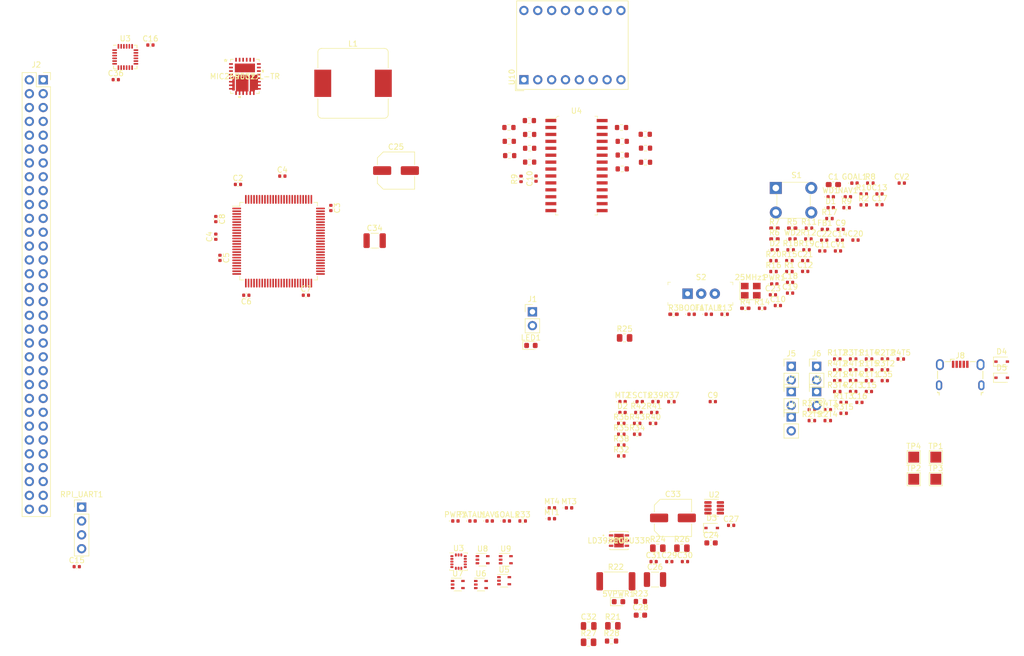
<source format=kicad_pcb>
(kicad_pcb (version 20211014) (generator pcbnew)
  (layers (0 "F.Cu" signal) (1 "In1.Cu" signal) (2 "In2.Cu" signal) (31 "B.Cu" signal) (34 "B.Paste" user) (35 "F.Paste" user) (36 "B.SilkS" user "B.Silkscreen") (37 "F.SilkS" user "F.Silkscreen") (38 "B.Mask" user) (39 "F.Mask" user) (44 "Edge.Cuts" user))
  (net 0 "")
  (net 1 "Net-(5VPWR1-Pad1)")
  (net 2 "+5V")
  (net 3 "HSE_IN")
  (net 4 "GND")
  (net 5 "Net-(25MHz1-Pad3)")
  (net 6 "Net-(BOOT1-Pad2)")
  (net 7 "+3V3")
  (net 8 "Net-(C16-Pad1)")
  (net 9 "VDDA")
  (net 10 "NRST")
  (net 11 "VREF+")
  (net 12 "REG_VIN")
  (net 13 "REG_VDD")
  (net 14 "REG_BST")
  (net 15 "REG_CS")
  (net 16 "Net-(C31-Pad2)")
  (net 17 "Net-(C36-Pad1)")
  (net 18 "Net-(CV1-Pad1)")
  (net 19 "Net-(CV2-Pad1)")
  (net 20 "Net-(D1-Pad1)")
  (net 21 "Net-(D1-Pad2)")
  (net 22 "Net-(D2-Pad1)")
  (net 23 "Net-(D2-Pad2)")
  (net 24 "Net-(FATAL1-Pad2)")
  (net 25 "Net-(GOAL1-Pad2)")
  (net 26 "VBAT")
  (net 31 "Net-(J2-Pad8)")
  (net 32 "Net-(J2-Pad10)")
  (net 52 "SPI2_MISO")
  (net 55 "SPI2_MOSI")
  (net 56 "SPI2_SCK")
  (net 57 "Net-(LED1-Pad1)")
  (net 58 "Net-(NAV1-Pad2)")
  (net 59 "Net-(PWR1-Pad1)")
  (net 60 "I2C1_SCL")
  (net 61 "I2C1_SDA")
  (net 62 "I2C3_SCL")
  (net 63 "I2C3_SDA")
  (net 64 "BOOT0")
  (net 65 "Net-(R6-Pad2)")
  (net 66 "HSE_OUT")
  (net 67 "LED1")
  (net 68 "Net-(D1-Pad3)")
  (net 69 "LED2")
  (net 70 "LED3")
  (net 71 "TIM1_CH1")
  (net 72 "Net-(D2-Pad3)")
  (net 73 "TIM1_CH2")
  (net 74 "TIM1_CH3")
  (net 75 "LED4")
  (net 76 "LED5")
  (net 77 "Net-(R16-Pad2)")
  (net 78 "LED6")
  (net 79 "Net-(R17-Pad2)")
  (net 80 "LED7")
  (net 81 "LED8")
  (net 82 "REG_EN")
  (net 83 "REG_PG")
  (net 84 "REG_FB")
  (net 88 "5VBAT")
  (net 93 "USART2_RX")
  (net 95 "SPI1_SCK")
  (net 96 "SPI1_MISO")
  (net 97 "SPI1_MOSI")
  (net 104 "Net-(MT4-Pad2)")
  (net 106 "TIM2_CH3")
  (net 107 "TIM2_CH4")
  (net 112 "USART3_TX")
  (net 113 "USART3_RX")
  (net 114 "INT0")
  (net 115 "INT1")
  (net 116 "INT2")
  (net 117 "INT3")
  (net 123 "THRM1")
  (net 124 "THRM2")
  (net 125 "THRM3")
  (net 126 "THRM5")
  (net 128 "TIM2_CH1")
  (net 129 "SPI3_SCK")
  (net 130 "SPI3_MISO")
  (net 131 "UART5_TX")
  (net 134 "UART5_RX")
  (net 137 "USART2_TX")
  (net 140 "TIM2_CH2")
  (net 142 "SPI3_MOSI")
  (net 149 "THRM4")
  (net 154 "USB_D-")
  (net 155 "USB_D+")
  (net 156 "Net-(C35-Pad1)")
  (net 157 "Net-(R10-Pad1)")
  (net 158 "Net-(R11-Pad1)")
  (net 159 "Net-(R12-Pad1)")
  (net 160 "Net-(R13-Pad1)")
  (net 161 "Net-(R14-Pad1)")
  (net 162 "Net-(R15-Pad1)")
  (net 163 "Net-(R16-Pad1)")
  (net 169 "Net-(R18-Pad2)")
  (net 170 "Net-(R19-Pad2)")
  (net 171 "Net-(R20-Pad2)")
  (net 172 "Net-(R29-Pad2)")
  (net 173 "Net-(R30-Pad2)")
  (net 174 "Net-(R31-Pad2)")
  (net 176 "T1")
  (net 177 "Net-(R2T1-Pad1)")
  (net 178 "T2")
  (net 179 "Net-(R2T2-Pad1)")
  (net 180 "T3")
  (net 181 "Net-(R2T3-Pad1)")
  (net 182 "T4")
  (net 183 "Net-(R2T4-Pad1)")
  (net 184 "T5")
  (net 185 "Net-(R2T5-Pad1)")
  (net 186 "Net-(R12-Pad2)")
  (net 187 "Net-(R14-Pad2)")
  (net 188 "Net-(R13-Pad2)")
  (net 189 "Net-(R20-Pad1)")
  (net 190 "Net-(R29-Pad1)")
  (net 191 "Net-(R19-Pad1)")
  (net 192 "Net-(R31-Pad1)")
  (net 193 "Net-(R17-Pad1)")
  (net 194 "Net-(R30-Pad1)")
  (net 195 "Net-(R18-Pad1)")
  (net 196 "Net-(R11-Pad2)")
  (net 197 "Net-(R15-Pad2)")
  (net 198 "Net-(R10-Pad2)")
  (net 199 "VBUS")
  (net 202 "Net-(ESCT1-Pad2)")
  (net 203 "Net-(MT1-Pad2)")
  (net 204 "Net-(MT2-Pad2)")
  (net 205 "Net-(MT3-Pad2)")
  (net 206 "Net-(U4-Pad18)")
  (footprint "Capacitor_SMD:C_Elec_6.3x7.7" (layer "F.Cu") (at 161.743 131.766)
    (fp_text reference "C33")
    (fp_text value "100u")
  )
  (footprint "Capacitor_SMD:C_0402_1005Metric" (layer "F.Cu") (at 94.488 90.932)
    (fp_text reference "C7")
    (fp_text value "100n")
  )
  (footprint "digikey-footprints:Switch_Slide_11.6x4mm_EG1218" (layer "F.Cu") (at 164.4195 90.6485)
    (fp_text reference "S2")
    (fp_text value "EG1218")
  )
  (footprint "Resistor_SMD:R_0402_1005Metric" (layer "F.Cu") (at 196.6995 74.3585)
    (fp_text reference "R2")
    (fp_text value "4k7")
  )
  (footprint "LED_SMD:LED_0603_1608Metric" (layer "F.Cu") (at 151.773 147.126)
    (fp_text reference "5VPWR1")
    (fp_text value "G")
  )
  (footprint "Resistor_SMD:R_2512_6332Metric" (layer "F.Cu") (at 151.283 143.386)
    (fp_text reference "R22")
    (fp_text value "10m")
  )
  (footprint "LED_SMD:LED_0402_1005Metric" (layer "F.Cu") (at 121.8795 132.3285)
    (fp_text reference "PWR1")
    (fp_text value "R")
  )
  (footprint "Diode_SMD:D_SOD-323" (layer "F.Cu") (at 221.9795 106.0585)
    (fp_text reference "D5")
    (fp_text value "SD103AWS")
  )
  (footprint "Resistor_SMD:R_0603_1608Metric" (layer "F.Cu") (at 156.6672 61.4172 180)
    (fp_text reference "R30" hide)
    (fp_text value "150R")
  )
  (footprint "Resistor_SMD:R_0402_1005Metric" (layer "F.Cu") (at 180.1695 86.5885)
    (fp_text reference "R16")
    (fp_text value "1k")
  )
  (footprint "Resistor_SMD:R_0402_1005Metric" (layer "F.Cu") (at 158.0945 114.4285)
    (fp_text reference "R40")
    (fp_text value "1k")
  )
  (footprint "Connector_PinHeader_2.54mm:PinHeader_1x04_P2.54mm_Vertical" (layer "F.Cu") (at 53.39 129.79)
    (fp_text reference "RPI_UART1")
    (fp_text value "Conn_01x04_Male")
  )
  (footprint "Resistor_SMD:R_0402_1005Metric" (layer "F.Cu") (at 191.8495 108.5985)
    (fp_text reference "R3T4")
    (fp_text value "7k7")
  )
  (footprint "Capacitor_SMD:C_0402_1005Metric" (layer "F.Cu") (at 83.566 90.932 180)
    (fp_text reference "C6")
    (fp_text value "100n")
  )
  (footprint "Capacitor_SMD:C_0603_1608Metric_Pad1.08x0.95mm_HandSolder" (layer "F.Cu") (at 191.1395 70.6385)
    (fp_text reference "C1")
    (fp_text value "10u")
  )
  (footprint "Resistor_SMD:R_0805_2012Metric" (layer "F.Cu") (at 150.733 151.556)
    (fp_text reference "R21")
    (fp_text value "10k")
  )
  (footprint "Capacitor_SMD:C_1210_3225Metric" (layer "F.Cu") (at 158.453 143.066)
    (fp_text reference "C26")
    (fp_text value "47u")
  )
  (footprint "Package_TO_SOT_SMD:SOT-23-8" (layer "F.Cu") (at 169.293 129.916)
    (fp_text reference "U2")
    (fp_text value "INA219AIDCNR")
  )
  (footprint "Resistor_SMD:R_0402_1005Metric" (layer "F.Cu") (at 183.0795 84.5985)
    (fp_text reference "R15")
    (fp_text value "1k")
  )
  (footprint "Capacitor_SMD:C_0402_1005Metric" (layer "F.Cu") (at 183.1995 90.5385)
    (fp_text reference "C19")
    (fp_text value "100n")
  )
  (footprint "Connector_PinHeader_2.54mm:PinHeader_1x02_P2.54mm_Vertical" (layer "F.Cu") (at 188.0695 103.9585)
    (fp_text reference "J6")
    (fp_text value "Conn_01x02_Male")
  )
  (footprint "Package_TO_SOT_SMD:SOT-353_SC-70-5" (layer "F.Cu") (at 126.8645 139.4285)
    (fp_text reference "U8")
    (fp_text value "TLV9001IDCK")
  )
  (footprint "Resistor_SMD:R_0402_1005Metric" (layer "F.Cu") (at 194.7595 104.6185)
    (fp_text reference "R4T1")
    (fp_text value "1k5")
  )
  (footprint "Package_TO_SOT_SMD:SOT-353_SC-70-5" (layer "F.Cu") (at 126.5645 143.9785)
    (fp_text reference "U6")
    (fp_text value "TLV9001IDCK")
  )
  (footprint "Resistor_SMD:R_0805_2012Metric" (layer "F.Cu") (at 152.8826 98.7552)
    (fp_text reference "R25")
    (fp_text value "6k8")
  )
  (footprint "Resistor_SMD:R_0402_1005Metric" (layer "F.Cu") (at 183.0795 86.5885)
    (fp_text reference "R1")
    (fp_text value "4k7")
  )
  (footprint "Package_TO_SOT_SMD:SOT-353_SC-70-5" (layer "F.Cu") (at 131.1145 139.4285)
    (fp_text reference "U9")
    (fp_text value "TLV9001IDCK")
  )
  (footprint "Package_LGA:LGA-16_3x3mm_P0.5mm_LayoutBorder3x5y" (layer "F.Cu") (at 122.4645 139.7785)
    (fp_text reference "U3")
    (fp_text value "ICM-20602")
  )
  (footprint "LED_SMD:LED_0402_1005Metric" (layer "F.Cu") (at 139.5595 129.9185)
    (fp_text reference "MT4")
    (fp_text value "R")
  )
  (footprint "digikey-footprints:Switch_Tactile_THT_6x6mm" (layer "F.Cu") (at 180.5895 71.2585)
    (fp_text reference "S1")
    (fp_text value "1825910-6")
  )
  (footprint "Resistor_SMD:R_0402_1005Metric" (layer "F.Cu") (at 200.5795 102.6285)
    (fp_text reference "R2T2")
    (fp_text value "7k7")
  )
  (footprint "Inductor_SMD:L_Bourns_SRP1245A" (layer "F.Cu") (at 103.124 52.07)
    (fp_text reference "L1")
    (fp_text value "15u")
  )
  (footprint "Resistor_SMD:R_0402_1005Metric" (layer "F.Cu") (at 134.2045 132.3285)
    (fp_text reference "R33")
    (fp_text value "2k2")
  )
  (footprint "Capacitor_SMD:C_0402_1005Metric" (layer "F.Cu") (at 180.9695 92.8185)
    (fp_text reference "C10")
    (fp_text value "100n")
  )
  (footprint "Resistor_SMD:R_0402_1005Metric" (layer "F.Cu") (at 196.6995 72.3685)
    (fp_text reference "R10")
    (fp_text value "2k2")
  )
  (footprint "Resistor_SMD:R_0402_1005Metric" (layer "F.Cu") (at 158.3245 112.4385)
    (fp_text reference "R41")
    (fp_text value "2k2")
  )
  (footprint "Capacitor_SMD:C_0402_1005Metric" (layer "F.Cu") (at 200.5595 106.5985)
    (fp_text reference "C35")
    (fp_text value "0.1u")
  )
  (footprint "TestPoint:TestPoint_Pad_2.0x2.0mm" (layer "F.Cu") (at 209.9095 124.6685)
    (fp_text reference "TP3")
    (fp_text value "+3V3")
  )
  (footprint "Capacitor_SMD:C_0402_1005Metric" (layer "F.Cu") (at 185.9695 84.5885)
    (fp_text reference "C21")
    (fp_text value "100n")
  )
  (footprint "Resistor_SMD:R_0603_1608Metric" (layer "F.Cu") (at 131.7498 62.7126)
    (fp_text reference "R13" hide)
    (fp_text value "150R")
  )
  (footprint "Capacitor_SMD:C_0402_1005Metric" (layer "F.Cu") (at 77.978 76.962 -90)
    (fp_text reference "C8")
    (fp_text value "100n")
  )
  (footprint "Capacitor_SMD:C_0402_1005Metric" (layer "F.Cu") (at 195.1895 80.8185)
    (fp_text reference "C20")
    (fp_text value "1u")
  )
  (footprint "LED_SMD:LED_0402_1005Metric" (layer "F.Cu") (at 190.6545 74.8785)
    (fp_text reference "D1")
    (fp_text value "STAT")
  )
  (footprint "TestPoint:TestPoint_Pad_2.0x2.0mm" (layer "F.Cu") (at 205.8595 120.6185)
    (fp_text reference "TP4")
    (fp_text value "GND")
  )
  (footprint "Resistor_SMD:R_0402_1005Metric" (layer "F.Cu") (at 186.6695 78.6285)
    (fp_text reference "R11")
    (fp_text value "1k")
  )
  (footprint "LED_SMD:LED_0402_1005Metric" (layer "F.Cu") (at 152.5095 112.4385)
    (fp_text reference "D2")
    (fp_text value "BAT")
  )
  (footprint "Connector_USB:USB_Micro-B_Wuerth_629105150521" (layer "F.Cu") (at 214.3795 105.4985)
    (fp_text reference "J8")
    (fp_text value "USB_B_Micro")
  )
  (footprint "Resistor_SMD:R_0402_1005Metric" (layer "F.Cu") (at 194.7595 106.6085)
    (fp_text reference "R4T4")
    (fp_text value "1k5")
  )
  (footprint "cad:MIC26903YJL-TR" (layer "F.Cu") (at 83.312 50.8)
    (fp_text reference "REG2")
    (fp_text value "MIC26903YJL-TR")
  )
  (footprint "Resistor_SMD:R_0402_1005Metric" (layer "F.Cu") (at 191.8495 104.6185)
    (fp_text reference "R4T2")
    (fp_text value "1k5")
  )
  (footprint "Resistor_SMD:R_0603_1608Metric" (layer "F.Cu") (at 156.718 63.9572)
    (fp_text reference "R20" hide)
    (fp_text value "150R")
  )
  (footprint "Capacitor_SMD:C_0603_1608Metric" (layer "F.Cu") (at 155.783 149.596)
    (fp_text reference "C28")
    (fp_text value "10u")
  )
  (footprint "Resistor_SMD:R_0603_1608Metric" (layer "F.Cu") (at 135.4836 63.9826)
    (fp_text reference "R14" hide)
    (fp_text value "150R")
  )
  (footprint "Resistor_SMD:R_0402_1005Metric" (layer "F.Cu") (at 187.1995 113.9185)
    (fp_text reference "R2T5")
    (fp_text value "7k7")
  )
  (footprint "LED_SMD:LED_0402_1005Metric" (layer "F.Cu") (at 142.6995 129.9185)
    (fp_text reference "MT3")
    (fp_text value "R")
  )
  (footprint "Crystal:Crystal_SMD_Abracon_ABM8G-4Pin_3.2x2.5mm" (layer "F.Cu") (at 175.9995 90.0985)
    (fp_text reference "25MHz1")
    (fp_text value "HSE1")
  )
  (footprint "Diode_SMD:D_SOD-323" (layer "F.Cu") (at 168.843 133.616)
    (fp_text reference "D3")
    (fp_text value "SD103AWS")
  )
  (footprint "Resistor_SMD:R_0402_1005Metric" (layer "F.Cu") (at 183.3095 82.6085)
    (fp_text reference "R18")
    (fp_text value "2k2")
  )
  (footprint "Resistor_SMD:R_0603_1608Metric" (layer "F.Cu") (at 135.4836 66.5226)
    (fp_text reference "R16" hide)
    (fp_text value "150R")
  )
  (footprint "Resistor_SMD:R_0402_1005Metric" (layer "F.Cu") (at 152.2745 120.3985)
    (fp_text reference "R32")
    (fp_text value "1k")
  )
  (footprint "Resistor_SMD:R_0402_1005Metric" (layer "F.Cu") (at 155.1845 114.4285)
    (fp_text reference "R43")
    (fp_text value "1k")
  )
  (footprint "LED_SMD:LED_0402_1005Metric" (layer "F.Cu") (at 131.2995 132.3285)
    (fp_text reference "GOAL1")
    (fp_text value "G")
  )
  (footprint "LED_SMD:LED_0402_1005Metric" (layer "F.Cu") (at 168.3045 94.4185)
    (fp_text reference "FATAL1")
    (fp_text value "R")
  )
  (footprint "Resistor_SMD:R_0402_1005Metric" (layer "F.Cu") (at 197.6695 106.6085)
    (fp_text reference "R1T1")
    (fp_text value "6k02")
  )
  (footprint "Resistor_SMD:R_0402_1005Metric_Pad0.72x0.64mm_HandSolder" (layer "F.Cu") (at 161.8495 94.4185)
    (fp_text reference "R3")
    (fp_text value "4k7")
  )
  (footprint "Resistor_SMD:R_0402_1005Metric_Pad0.72x0.64mm_HandSolder" (layer "F.Cu") (at 174.9995 93.3185)
    (fp_text reference "R4")
    (fp_text value "4k7")
  )
  (footprint "Package_TO_SOT_SMD:SOT-353_SC-70-5" (layer "F.Cu") (at 130.8145 143.2785)
    (fp_text reference "U5")
    (fp_text value "TLV9001IDCK")
  )
  (footprint "Resistor_SMD:R_0402_1005Metric" (layer "F.Cu") (at 191.8495 102.6285)
    (fp_text reference "R1T2")
    (fp_text value "6k02")
  )
  (footprint "Resistor_SMD:R_0402_1005Metric" (layer "F.Cu") (at 171.2095 94.4185)
    (fp_text reference "R13")
    (fp_text value "2k2")
  )
  (footprint "LED_SMD:LED_0402_1005Metric" (layer "F.Cu") (at 190.6545 72.8885)
    (fp_text reference "WD1")
    (fp_text value "R")
  )
  (footprint "Resistor_SMD:R_0402_1005Metric" (layer "F.Cu") (at 155.1845 116.4185)
    (fp_text reference "R34")
    (fp_text value "1k")
  )
  (footprint "Resistor_SMD:R_0603_1608Metric" (layer "F.Cu") (at 152.3238 60.1726)
    (fp_text reference "R31" hide)
    (fp_text value "150R")
  )
  (footprint "Capacitor_SMD:C_0402_1005Metric" (layer "F.Cu") (at 52.5 140.7)
    (fp_text reference "C15")
    (fp_text value "0.1u")
  )
  (footprint "LED_SMD:LED_0402_1005Metric" (layer "F.Cu") (at 155.6495 110.4485)
    (fp_text reference "ESCT1")
    (fp_text value "R")
  )
  (footprint "Resistor_SMD:R_0402_1005Metric_Pad0.72x0.64mm_HandSolder" (layer "F.Cu") (at 180.3395 78.6285)
    (fp_text reference "R7")
    (fp_text value "620")
  )
  (footprint "Capacitor_SMD:C_0402_1005Metric" (layer "F.Cu") (at 185.9695 86.5585)
    (fp_text reference "C12")
    (fp_text value "100n")
  )
  (footprint "TestPoint:TestPoint_Pad_2.0x2.0mm" (layer "F.Cu") (at 205.8595 124.6685)
    (fp_text reference "TP2")
    (fp_text value "+5V")
  )
  (footprint "Capacitor_SMD:C_0402_1005Metric" (layer "F.Cu") (at 136.652 69.5452 90)
    (fp_text reference "C10")
    (fp_text value "0.1u")
  )
  (footprint "Package_TO_SOT_SMD:SOT-353_SC-70-5" (layer "F.Cu") (at 122.3145 143.9785)
    (fp_text reference "U7")
    (fp_text value "TLV9001IDCK")
  )
  (footprint "Capacitor_SMD:C_0402_1005Metric" (layer "F.Cu") (at 90.17 69.088)
    (fp_text reference "C4")
    (fp_text value "100n")
  )
  (footprint "Resistor_SMD:R_0402_1005Metric_Pad0.72x0.64mm_HandSolder" (layer "F.Cu") (at 183.5895 78.6285)
    (fp_text reference "R5")
    (fp_text value "47")
  )
  (footprint "Resistor_SMD:R_0603_1608Metric" (layer "F.Cu") (at 150.493 154.346)
    (fp_text reference "R28")
    (fp_text value "560")
  )
  (footprint "Resistor_SMD:R_0603_1608Metric" (layer "F.Cu") (at 152.4508 65.2272)
    (fp_text reference "R19" hide)
    (fp_text value "150R")
  )
  (footprint "Capacitor_SMD:C_1210_3225Metric" (layer "F.Cu") (at 107.0864 80.9244)
    (fp_text reference "C34")
    (fp_text value "47u")
  )
  (footprint "Resistor_SMD:R_0402_1005Metric" (layer "F.Cu") (at 194.7595 102.6285)
    (fp_text reference "R3T1")
    (fp_text value "7k7")
  )
  (footprint "Resistor_SMD:R_0402_1005Metric" (layer "F.Cu") (at 191.8495 106.6085)
    (fp_text reference "R2T1")
    (fp_text value "7k7")
  )
  (footprint "Sensor_Motion:InvenSense_QFN-24_4x4mm_P0.5mm" (layer "F.Cu") (at 61.39 47.24)
    (fp_text reference "U3")
    (fp_text value "MPU-6000")
  )
  (footprint "Resistor_SMD:R_0402_1005Metric" (layer "F.Cu") (at 178.0795 93.3185)
    (fp_text reference "R14")
    (fp_text value "1k")
  )
  (footprint "LED_SMD:LED_0603_1608Metric" (layer "F.Cu") (at 135.7145 100.1385)
    (fp_text reference "LED1")
    (fp_text value "G")
  )
  (footprint "Capacitor_SMD:C_0805_2012Metric" (layer "F.Cu") (at 146.303 151.586)
    (fp_text reference "C32")
    (fp_text value "4n7")
  )
  (footprint "Connector_PinHeader_2.54mm:PinHeader_1x02_P2.54mm_Vertical" (layer "F.Cu") (at 183.4195 103.9585)
    (fp_text reference "J5")
    (fp_text value "Conn_01x02_Male")
  )
  (footprint "Resistor_SMD:R_0402_1005Metric" (layer "F.Cu") (at 197.9095 70.3785)
    (fp_text reference "R8")
    (fp_text value "1k")
  )
  (footprint "Package_QFP:LQFP-100_14x14mm_P0.5mm" (layer "F.Cu") (at 89.4842 81.026)
    (fp_text reference "U1" hide)
    (fp_text value "STM32F407VGTx")
  )
  (footprint "Resistor_SMD:R_0402_1005Metric" (layer "F.Cu") (at 190.4195 76.8685)
    (fp_text reference "R17")
    (fp_text value "1k")
  )
  (footprint "Capacitor_SMD:C_0402_1005Metric" (layer "F.Cu") (at 163.943 139.776)
    (fp_text reference "C30")
    (fp_text value "100n")
  )
  (footprint "Resistor_SMD:R_0402_1005Metric" (layer "F.Cu") (at 152.2745 114.4285)
    (fp_text reference "R36")
    (fp_text value "2k2")
  )
  (footprint "Capacitor_SMD:C_0402_1005Metric" (layer "F.Cu") (at 197.6495 108.5885)
    (fp_text reference "C15")
    (fp_text value "0.1u")
  )
  (footprint "Resistor_SMD:R_0805_2012Metric" (layer "F.Cu") (at 163.383 137.316)
    (fp_text reference "R26")
    (fp_text value "6k8")
  )
  (footprint "Resistor_SMD:R_0603_1608Metric" (layer "F.Cu") (at 135.4836 61.4426)
    (fp_text reference "R12" hide)
    (fp_text value "150R")
  )
  (footprint "Resistor_SMD:R_0402_1005Metric" (layer "F.Cu") (at 200.5795 104.6185)
    (fp_text reference "R3T2")
    (fp_text value "7k7")
  )
  (footprint "Capacitor_SMD:C_0402_1005Metric" (layer "F.Cu") (at 66 45.05)
    (fp_text reference "C16")
    (fp_text value "0.1p")
  )
  (footprint "digikey-footprints:SOIC-28_W7.5mm" (layer "F.Cu") (at 144.0688 67.1576)
    (fp_text reference "U4")
    (fp_text value "MCP23017-E_SO")
  )
  (footprint "Capacitor_SMD:C_0402_1005Metric" (layer "F.Cu") (at 203.6695 70.3685)
    (fp_text reference "CV2")
    (fp_text value "2u2")
  )
  (footprint "Resistor_SMD:R_0402_1005Metric" (layer "F.Cu") (at 155.4145 112.4385)
    (fp_text reference "R42")
    (fp_text value "2k2")
  )
  (footprint "Capacitor_SMD:C_0402_1005Metric" (layer "F.Cu") (at 172.403 133.126)
    (fp_text reference "C27")
    (fp_text value "2u2")
  )
  (footprint "LED_SMD:LED_0402_1005Metric" (layer "F.Cu") (at 195.0045 70.3785)
    (fp_text reference "GOAL1")
    (fp_text value "G")
  )
  (footprint "Resistor_SMD:R_0805_2012Metric" (layer "F.Cu") (at 158.973 137.316)
    (fp_text reference "R24")
    (fp_text value "10k")
  )
  (footprint "Resistor_SMD:R_0603_1608Metric" (layer "F.Cu") (at 156.718 66.548)
    (fp_text reference "R18" hide)
    (fp_text value "150R")
  )
  (footprint "Capacitor_SMD:C_0402_1005Metric" (layer "F.Cu") (at 180.0595 90.8485)
    (fp_text reference "C23")
    (fp_text value "10p")
  )
  (footprint "Capacitor_SMD:C_0402_1005Metric" (layer "F.Cu") (at 199.5895 74.3285)
    (fp_text reference "C17")
    (fp_text value "1u")
  )
  (footprint "Capacitor_SMD:C_0603_1608Metric" (layer "F.Cu") (at 168.723 136.346)
    (fp_text reference "C24")
    (fp_text value "10u")
  )
  (footprint "Display_7Segment:DA04-11SURKWA" (layer "F.Cu") (at 134.4335 51.4183 90)
    (fp_text reference "U10")
    (fp_text value "DA04-11SURKWA")
  )
  (footprint "Resistor_SMD:R_0603_1608Metric" (layer "F.Cu") (at 155.783 147.086)
    (fp_text reference "R23")
    (fp_text value "240")
  )
  (footprint "Capacitor_SMD:C_0402_1005Metric" (layer "F.Cu") (at 158.203 139.776)
    (fp_text reference "C31")
    (fp_text value "100n")
  )
  (footprint "Capacitor_SMD:C_0402_1005Metric" (layer "F.Cu") (at 192.3195 80.8385)
    (fp_text reference "C14")
    (fp_text value "100n")
  )
  (footprint "Inductor_SMD:L_0402_1005Metric" (layer "F.Cu") (at 189.5795 78.8585)
    (fp_text reference "FB1")
    (fp_text value "120R")
  )
  (footprint "Resistor_SMD:R_0603_1608Metric" (layer "F.Cu") (at 152.4508 62.7126 180)
    (fp_text reference "R29" hide)
    (fp_text value "150R")
  )
  (footprint "Capacitor_SMD:C_0402_1005Metric" (layer "F.Cu") (at 78.74 84.074 -90)
    (fp_text reference "C5")
    (fp_text value "100n")
  )
  (footprint "Resistor_SMD:R_0402_1005Metric" (layer "F.Cu") (at 186.2195 82.6085)
    (fp_text reference "R19")
    (fp_text value "2k2")
  )
  (footprint "Resistor_SMD:R_0402_1005Metric" (layer "F.Cu") (at 158.5545 110.4485)
    (fp_text reference "R39")
    (fp_text value "1k")
  )
  (footprint "LED_SMD:LED_0402_1005Metric" (layer "F.Cu") (at 180.3145 88.8685)
    (fp_text reference "PWR1")
    (fp_text value "R")
  )
  (footprint "Capacitor_SMD:C_0402_1005Metric" (layer "F.Cu") (at 191.9795 82.8085)
    (fp_text reference "CV1")
    (fp_text value "2u2")
  )
  (footprint "Resistor_SMD:R_0402_1005Metric" (layer "F.Cu") (at 180.1695 84.5985)
    (fp_text reference "R20")
    (fp_text value "1k")
  )
  (footprint "Resistor_SMD:R_0603_1608Metric" (layer "F.Cu") (at 135.4328 58.9026)
    (fp_text reference "R10" hide)
    (fp_text value "150R")
  )
  (footprint "Connector_PinHeader_2.54mm:PinHeader_1x02_P2.54mm_Vertical" (layer "F.Cu") (at 188.0695 108.6085)
    (fp_text reference "J3")
    (fp_text value "Conn_01x02_Male")
  )
  (footprint "Resistor_SMD:R_0402_1005Metric" (layer "F.Cu") (at 190.1095 113.9185)
    (fp_text reference "R2T4")
    (fp_text value "7k7")
  )
  (footprint "Capacitor_SMD:C_0402_1005Metric" (layer "F.Cu") (at 77.978 80.2 90)
    (fp_text reference "C4")
    (fp_text value "100n")
  )
  (footprint "Resistor_SMD:R_0402_1005Metric" (layer "F.Cu") (at 187.1995 111.9285)
    (fp_text reference "R3T3")
    (fp_text value "7k7")
  )
  (footprint "LED_SMD:LED_0402_1005Metric" (layer "F.Cu") (at 128.1595 132.3285)
    (fp_text reference "NAV1")
    (fp_text value "G")
  )
  (footprint "Capacitor_SMD:C_0402_1005Metric" (layer "F.Cu") (at 161.073 139.776)
    (fp_text reference "C29")
    (fp_text value "100n")
  )
  (footprint "LED_SMD:LED_0402_1005Metric" (layer "F.Cu") (at 165.1645 94.4185)
    (fp_text reference "BOOT1")
    (fp_text value "R")
  )
  (footprint "Resistor_SMD:R_0402_1005Metric" (layer "F.Cu") (at 203.4895 102.6285)
    (fp_text reference "R4T5")
    (fp_text value "1k5")
  )
  (footprint "Resistor_SMD:R_0402_1005Metric" (layer "F.Cu") (at 161.4645 110.4485)
    (fp_text reference "R37")
    (fp_text value "1k")
  )
  (footprint "LED_SMD:LED_0402_1005Metric" (layer "F.Cu") (at 152.5095 110.4485)
    (fp_text reference "MT2")
    (fp_text value "R")
  )
  (footprint "Capacitor_SMD:C_Elec_6.3x7.7" (layer "F.Cu") (at 110.998 68.072)
    (fp_text reference "C25")
    (fp_text value "100u")
  )
  (footprint "Resistor_SMD:R_0402_1005Metric" (layer "F.Cu") (at 193.0195 112.5785)
    (fp_text reference "R3T5")
    (fp_text value "7k7")
  )
  (footprint "LED_SMD:LED_0402_1005Metric" (layer "F.Cu") (at 125.0195 132.3285)
    (fp_text reference "FATAL1")
    (fp_text value "R")
  )
  (footprint "Capacitor_SMD:C_0402_1005Metric" (layer "F.Cu") (at 189.1095 82.8085)
    (fp_text reference "C11")
    (fp_text value "100n")
  )
  (footprint "Capacitor_SMD:C_0402_1005Metric" (layer "F.Cu") (at 195.9095 110.5785)
    (fp_text reference "C16")
    (fp_text value "2u2")
  )
  (footprint "LED_SMD:LED_0402_1005Metric" (layer "F.Cu") (at 193.7945 72.8885)
    (fp_text reference "NAV1")
    (fp_text value "G")
  )
  (footprint "LED_SMD:LED_0402_1005Metric" (layer "F.Cu") (at 183.6545 80.6185)
    (fp_text reference "WD2")
    (fp_text value "R")
  )
  (footprint "Capacitor_SMD:C_0402_1005Metric" (layer "F.Cu") (at 169.0445 110.4385)
    (fp_text reference "C9")
    (fp_text value "1u")
  )
  (footprint "Connector_PinHeader_2.54mm:PinHeader_1x02_P2.54mm_Vertical" (layer "F.Cu") (at 183.4195 108.6085)
    (fp_text reference "J7")
    (fp_text value "Conn_01x02_Male")
  )
  (footprint "TestPoint:TestPoint_Pad_2.0x2.0mm" (layer "F.Cu") (at 209.9095 120.6185)
    (fp_text reference "TP1")
    (fp_text value "VBAT")
  )
  (footprint "Capacitor_SMD:C_0402_1005Metric" (layer "F.Cu") (at 82.042 70.612)
    (fp_text reference "C2")
    (fp_text value "100n")
  )
  (footprint "Resistor_SMD:R_0402_1005Metric_Pad0.72x0.64mm_HandSolder" (layer "F.Cu") (at 180.3395 80.6185)
    (fp_text reference "R6")
    (fp_text value "10k")
  )
  (footprint "Resistor_SMD:R_0603_1608Metric" (layer "F.Cu") (at 131.826 65.3288)
    (fp_text reference "R15" hide)
    (fp_text value "150R")
  )
  (footprint "Resistor_SMD:R_0402_1005Metric" (layer "F.Cu") (at 193.5595 74.8785)
    (fp_text reference "R9")
    (fp_text value "1k")
  )
  (footprint "Diode_SMD:D_SOD-323" (layer "F.Cu") (at 221.9795 103.1085)
    (fp_text reference "D4")
    (fp_text value "SD103AWS")
  )
  (footprint "Resistor_SMD:R_0603_1608Metric" (layer "F.Cu") (at 131.6868 60.1726)
    (fp_text reference "R11" hide)
    (fp_text value "150R")
  )
  (footprint "Capacitor_SMD:C_0402_1005Metric" (layer "F.Cu") (at 192.4695 78.8485)
    (fp_text reference "C9")
    (fp_text value "100n")
  )
  (footprint "cad:LD39200PU33R" (layer "F.Cu") (at 151.8544 135.922)
    (fp_text reference "REG1")
    (fp_text value "LD39200PU33R")
  )
  (footprint "Resistor_SMD:R_0402_1005Metric" (layer "F.Cu") (at 197.6695 104.6185)
    (fp_text reference "R1T5")
    (fp_text value "6k02")
  )
  (footprint "Capacitor_SMD:C_0402_1005Metric" (layer "F.Cu") (at 199.5895 72.3585)
    (fp_text reference "C13")
    (fp_text value "100n")
  )
  (footprint "Connector_PinHeader_2.54mm:PinHeader_1x02_P2.54mm_Vertical" (layer "F.Cu") (at 135.9945 93.9685)
    (fp_text reference "J1")
    (fp_text value "PWR")
  )
  (footprint "LED_SMD:LED_0402_1005Metric" (layer "F.Cu") (at 180.4045 82.6085)
    (fp_text reference "D2")
    (fp_text value "BAT")
  )
  (footprint "LED_SMD:LED_0402_1005Metric" (layer "F.Cu") (at 139.5595 131.9085)
    (fp_text reference "MT1")
    (fp_text value "R")
  )
  (footprint "Capacitor_SMD:C_0402_1005Metric" (layer "F.Cu") (at 189.4495 80.8385)
    (fp_text reference "C22")
    (fp_text value "10p")
  )
  (footprint "Resistor_SMD:R_0402_1005Metric" (layer "F.Cu") (at 186.5595 80.6185)
    (fp_text reference "R12")
    (fp_text value "1k")
  )
  (footprint "Capacitor_SMD:C_0402_1005Metric" (layer "F.Cu") (at 99.06 74.93 -90)
    (fp_text reference "C3")
    (fp_text value "100n")
  )
  (footprint "Capacitor_SMD:C_0402_1005Metric" (layer "F.Cu") (at 59.65 51.4)
    (fp_text reference "C36")
    (fp_text value "2n2")
  )
  (footprint "Capacitor_SMD:C_0402_1005Metric" (layer "F.Cu") (at 183.1995 88.5685)
    (fp_text reference "C18")
    (fp_text value "100n")
  )
  (footprint "Resistor_SMD:R_0402_1005Metric" (layer "F.Cu") (at 197.6695 102.6285)
    (fp_text reference "R1T4")
    (fp_text value "6k02")
  )
  (footprint "Connector_PinSocket_2.54mm:PinSocket_2x32_P2.54mm_Vertical" (layer "F.Cu") (at 46.355 51.435)
    (fp_text reference "J2")
    (fp_text value "Raspberry_Pi_2_3")
  )
  (footprint "Resistor_SMD:R_0402_1005Metric" (layer "F.Cu") (at 152.2745 118.4085)
    (fp_text reference "R38")
    (fp_text value "1k")
  )
  (footprint "Resistor_SMD:R_0603_1608Metric" (layer "F.Cu") (at 152.4508 67.7672 180)
    (fp_text reference "R17" hide)
    (fp_text value "150R")
  )
  (footprint "Resistor_SMD:R_0402_1005Metric" (layer "F.Cu") (at 152.2745 116.4185)
    (fp_text reference "R35")
    (fp_text value "1k")
  )
  (footprint "Connector_PinHeader_2.54mm:PinHeader_1x02_P2.54mm_Vertical" (layer "F.Cu") (at 183.4195 113.2585)
    (fp_text reference "J4")
    (fp_text value "Conn_01x02_Male")
  )
  (footprint "Resistor_SMD:R_0805_2012Metric" (layer "F.Cu") (at 146.283 154.566)
    (fp_text reference "R27")
    (fp_text value "1k3")
  )
  (footprint "Resistor_SMD:R_0402_1005Metric" (layer "F.Cu") (at 133.9088 69.596 -90)
    (fp_text reference "R9")
    (fp_text value "10k")
  )
  (footprint "Resistor_SMD:R_0402_1005Metric" (layer "F.Cu") (at 190.1095 111.9285)
    (fp_text reference "R4T3")
    (fp_text value "1k5")
  )
  (footprint "Resistor_SMD:R_0402_1005Metric" (layer "F.Cu") (at 194.7595 108.5985)
    (fp_text reference "R2T3")
    (fp_text value "7k7")
  )
  (footprint "Resistor_SMD:R_0402_1005Metric" (layer "F.Cu") (at 193.0195 110.5885)
    (fp_text reference "R1T3")
    (fp_text value "6k02")
  )
)
</source>
